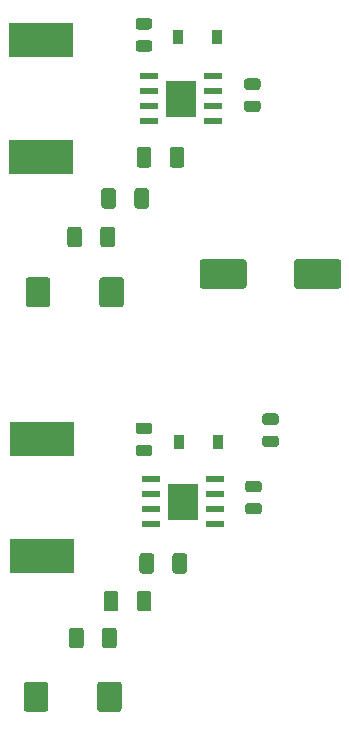
<source format=gbr>
%TF.GenerationSoftware,KiCad,Pcbnew,5.1.6-c6e7f7d~87~ubuntu18.04.1*%
%TF.CreationDate,2021-01-11T16:49:14+13:00*%
%TF.ProjectId,Dual Output Converter,4475616c-204f-4757-9470-757420436f6e,rev?*%
%TF.SameCoordinates,Original*%
%TF.FileFunction,Paste,Top*%
%TF.FilePolarity,Positive*%
%FSLAX46Y46*%
G04 Gerber Fmt 4.6, Leading zero omitted, Abs format (unit mm)*
G04 Created by KiCad (PCBNEW 5.1.6-c6e7f7d~87~ubuntu18.04.1) date 2021-01-11 16:49:14*
%MOMM*%
%LPD*%
G01*
G04 APERTURE LIST*
%ADD10R,0.900000X1.200000*%
%ADD11R,5.400000X2.900000*%
%ADD12R,2.600000X3.100000*%
%ADD13R,1.550000X0.600000*%
G04 APERTURE END LIST*
%TO.C,C1*%
G36*
G01*
X87199150Y-54607400D02*
X88111650Y-54607400D01*
G75*
G02*
X88355400Y-54851150I0J-243750D01*
G01*
X88355400Y-55338650D01*
G75*
G02*
X88111650Y-55582400I-243750J0D01*
G01*
X87199150Y-55582400D01*
G75*
G02*
X86955400Y-55338650I0J243750D01*
G01*
X86955400Y-54851150D01*
G75*
G02*
X87199150Y-54607400I243750J0D01*
G01*
G37*
G36*
G01*
X87199150Y-56482400D02*
X88111650Y-56482400D01*
G75*
G02*
X88355400Y-56726150I0J-243750D01*
G01*
X88355400Y-57213650D01*
G75*
G02*
X88111650Y-57457400I-243750J0D01*
G01*
X87199150Y-57457400D01*
G75*
G02*
X86955400Y-57213650I0J243750D01*
G01*
X86955400Y-56726150D01*
G75*
G02*
X87199150Y-56482400I243750J0D01*
G01*
G37*
%TD*%
%TO.C,C3*%
G36*
G01*
X96368550Y-59715100D02*
X97281050Y-59715100D01*
G75*
G02*
X97524800Y-59958850I0J-243750D01*
G01*
X97524800Y-60446350D01*
G75*
G02*
X97281050Y-60690100I-243750J0D01*
G01*
X96368550Y-60690100D01*
G75*
G02*
X96124800Y-60446350I0J243750D01*
G01*
X96124800Y-59958850D01*
G75*
G02*
X96368550Y-59715100I243750J0D01*
G01*
G37*
G36*
G01*
X96368550Y-61590100D02*
X97281050Y-61590100D01*
G75*
G02*
X97524800Y-61833850I0J-243750D01*
G01*
X97524800Y-62321350D01*
G75*
G02*
X97281050Y-62565100I-243750J0D01*
G01*
X96368550Y-62565100D01*
G75*
G02*
X96124800Y-62321350I0J243750D01*
G01*
X96124800Y-61833850D01*
G75*
G02*
X96368550Y-61590100I243750J0D01*
G01*
G37*
%TD*%
%TO.C,C4*%
G36*
G01*
X97917950Y-89961900D02*
X98830450Y-89961900D01*
G75*
G02*
X99074200Y-90205650I0J-243750D01*
G01*
X99074200Y-90693150D01*
G75*
G02*
X98830450Y-90936900I-243750J0D01*
G01*
X97917950Y-90936900D01*
G75*
G02*
X97674200Y-90693150I0J243750D01*
G01*
X97674200Y-90205650D01*
G75*
G02*
X97917950Y-89961900I243750J0D01*
G01*
G37*
G36*
G01*
X97917950Y-88086900D02*
X98830450Y-88086900D01*
G75*
G02*
X99074200Y-88330650I0J-243750D01*
G01*
X99074200Y-88818150D01*
G75*
G02*
X98830450Y-89061900I-243750J0D01*
G01*
X97917950Y-89061900D01*
G75*
G02*
X97674200Y-88818150I0J243750D01*
G01*
X97674200Y-88330650D01*
G75*
G02*
X97917950Y-88086900I243750J0D01*
G01*
G37*
%TD*%
%TO.C,C5*%
G36*
G01*
X87199150Y-88861100D02*
X88111650Y-88861100D01*
G75*
G02*
X88355400Y-89104850I0J-243750D01*
G01*
X88355400Y-89592350D01*
G75*
G02*
X88111650Y-89836100I-243750J0D01*
G01*
X87199150Y-89836100D01*
G75*
G02*
X86955400Y-89592350I0J243750D01*
G01*
X86955400Y-89104850D01*
G75*
G02*
X87199150Y-88861100I243750J0D01*
G01*
G37*
G36*
G01*
X87199150Y-90736100D02*
X88111650Y-90736100D01*
G75*
G02*
X88355400Y-90979850I0J-243750D01*
G01*
X88355400Y-91467350D01*
G75*
G02*
X88111650Y-91711100I-243750J0D01*
G01*
X87199150Y-91711100D01*
G75*
G02*
X86955400Y-91467350I0J243750D01*
G01*
X86955400Y-90979850D01*
G75*
G02*
X87199150Y-90736100I243750J0D01*
G01*
G37*
%TD*%
%TO.C,C7*%
G36*
G01*
X96470150Y-95663700D02*
X97382650Y-95663700D01*
G75*
G02*
X97626400Y-95907450I0J-243750D01*
G01*
X97626400Y-96394950D01*
G75*
G02*
X97382650Y-96638700I-243750J0D01*
G01*
X96470150Y-96638700D01*
G75*
G02*
X96226400Y-96394950I0J243750D01*
G01*
X96226400Y-95907450D01*
G75*
G02*
X96470150Y-95663700I243750J0D01*
G01*
G37*
G36*
G01*
X96470150Y-93788700D02*
X97382650Y-93788700D01*
G75*
G02*
X97626400Y-94032450I0J-243750D01*
G01*
X97626400Y-94519950D01*
G75*
G02*
X97382650Y-94763700I-243750J0D01*
G01*
X96470150Y-94763700D01*
G75*
G02*
X96226400Y-94519950I0J243750D01*
G01*
X96226400Y-94032450D01*
G75*
G02*
X96470150Y-93788700I243750J0D01*
G01*
G37*
%TD*%
%TO.C,C8*%
G36*
G01*
X96362000Y-75276200D02*
X96362000Y-77276200D01*
G75*
G02*
X96112000Y-77526200I-250000J0D01*
G01*
X92612000Y-77526200D01*
G75*
G02*
X92362000Y-77276200I0J250000D01*
G01*
X92362000Y-75276200D01*
G75*
G02*
X92612000Y-75026200I250000J0D01*
G01*
X96112000Y-75026200D01*
G75*
G02*
X96362000Y-75276200I0J-250000D01*
G01*
G37*
G36*
G01*
X104362000Y-75276200D02*
X104362000Y-77276200D01*
G75*
G02*
X104112000Y-77526200I-250000J0D01*
G01*
X100612000Y-77526200D01*
G75*
G02*
X100362000Y-77276200I0J250000D01*
G01*
X100362000Y-75276200D01*
G75*
G02*
X100612000Y-75026200I250000J0D01*
G01*
X104112000Y-75026200D01*
G75*
G02*
X104362000Y-75276200I0J-250000D01*
G01*
G37*
%TD*%
D10*
%TO.C,D1*%
X93853000Y-56184800D03*
X90553000Y-56184800D03*
%TD*%
%TO.C,D2*%
X90602800Y-90537800D03*
X93902800Y-90537800D03*
%TD*%
D11*
%TO.C,L1*%
X78917800Y-66370200D03*
X78917800Y-56470200D03*
%TD*%
%TO.C,L2*%
X79044800Y-90264400D03*
X79044800Y-100164400D03*
%TD*%
%TO.C,R1*%
G36*
G01*
X81157000Y-73777000D02*
X81157000Y-72527000D01*
G75*
G02*
X81407000Y-72277000I250000J0D01*
G01*
X82157000Y-72277000D01*
G75*
G02*
X82407000Y-72527000I0J-250000D01*
G01*
X82407000Y-73777000D01*
G75*
G02*
X82157000Y-74027000I-250000J0D01*
G01*
X81407000Y-74027000D01*
G75*
G02*
X81157000Y-73777000I0J250000D01*
G01*
G37*
G36*
G01*
X83957000Y-73777000D02*
X83957000Y-72527000D01*
G75*
G02*
X84207000Y-72277000I250000J0D01*
G01*
X84957000Y-72277000D01*
G75*
G02*
X85207000Y-72527000I0J-250000D01*
G01*
X85207000Y-73777000D01*
G75*
G02*
X84957000Y-74027000I-250000J0D01*
G01*
X84207000Y-74027000D01*
G75*
G02*
X83957000Y-73777000I0J250000D01*
G01*
G37*
%TD*%
D12*
%TO.C,U1*%
X90805000Y-61442600D03*
D13*
X88105000Y-59537600D03*
X88105000Y-60807600D03*
X88105000Y-62077600D03*
X88105000Y-63347600D03*
X93505000Y-63347600D03*
X93505000Y-62077600D03*
X93505000Y-60807600D03*
X93505000Y-59537600D03*
%TD*%
%TO.C,U2*%
X93657400Y-93662000D03*
X93657400Y-94932000D03*
X93657400Y-96202000D03*
X93657400Y-97472000D03*
X88257400Y-97472000D03*
X88257400Y-96202000D03*
X88257400Y-94932000D03*
X88257400Y-93662000D03*
D12*
X90957400Y-95567000D03*
%TD*%
%TO.C,C2*%
G36*
G01*
X83876700Y-78850600D02*
X83876700Y-76800600D01*
G75*
G02*
X84126700Y-76550600I250000J0D01*
G01*
X85701700Y-76550600D01*
G75*
G02*
X85951700Y-76800600I0J-250000D01*
G01*
X85951700Y-78850600D01*
G75*
G02*
X85701700Y-79100600I-250000J0D01*
G01*
X84126700Y-79100600D01*
G75*
G02*
X83876700Y-78850600I0J250000D01*
G01*
G37*
G36*
G01*
X77651700Y-78850600D02*
X77651700Y-76800600D01*
G75*
G02*
X77901700Y-76550600I250000J0D01*
G01*
X79476700Y-76550600D01*
G75*
G02*
X79726700Y-76800600I0J-250000D01*
G01*
X79726700Y-78850600D01*
G75*
G02*
X79476700Y-79100600I-250000J0D01*
G01*
X77901700Y-79100600D01*
G75*
G02*
X77651700Y-78850600I0J250000D01*
G01*
G37*
%TD*%
%TO.C,C6*%
G36*
G01*
X77473900Y-113102000D02*
X77473900Y-111052000D01*
G75*
G02*
X77723900Y-110802000I250000J0D01*
G01*
X79298900Y-110802000D01*
G75*
G02*
X79548900Y-111052000I0J-250000D01*
G01*
X79548900Y-113102000D01*
G75*
G02*
X79298900Y-113352000I-250000J0D01*
G01*
X77723900Y-113352000D01*
G75*
G02*
X77473900Y-113102000I0J250000D01*
G01*
G37*
G36*
G01*
X83698900Y-113102000D02*
X83698900Y-111052000D01*
G75*
G02*
X83948900Y-110802000I250000J0D01*
G01*
X85523900Y-110802000D01*
G75*
G02*
X85773900Y-111052000I0J-250000D01*
G01*
X85773900Y-113102000D01*
G75*
G02*
X85523900Y-113352000I-250000J0D01*
G01*
X83948900Y-113352000D01*
G75*
G02*
X83698900Y-113102000I0J250000D01*
G01*
G37*
%TD*%
%TO.C,R2*%
G36*
G01*
X84041300Y-70500400D02*
X84041300Y-69250400D01*
G75*
G02*
X84291300Y-69000400I250000J0D01*
G01*
X85041300Y-69000400D01*
G75*
G02*
X85291300Y-69250400I0J-250000D01*
G01*
X85291300Y-70500400D01*
G75*
G02*
X85041300Y-70750400I-250000J0D01*
G01*
X84291300Y-70750400D01*
G75*
G02*
X84041300Y-70500400I0J250000D01*
G01*
G37*
G36*
G01*
X86841300Y-70500400D02*
X86841300Y-69250400D01*
G75*
G02*
X87091300Y-69000400I250000J0D01*
G01*
X87841300Y-69000400D01*
G75*
G02*
X88091300Y-69250400I0J-250000D01*
G01*
X88091300Y-70500400D01*
G75*
G02*
X87841300Y-70750400I-250000J0D01*
G01*
X87091300Y-70750400D01*
G75*
G02*
X86841300Y-70500400I0J250000D01*
G01*
G37*
%TD*%
%TO.C,R3*%
G36*
G01*
X89838500Y-67020600D02*
X89838500Y-65770600D01*
G75*
G02*
X90088500Y-65520600I250000J0D01*
G01*
X90838500Y-65520600D01*
G75*
G02*
X91088500Y-65770600I0J-250000D01*
G01*
X91088500Y-67020600D01*
G75*
G02*
X90838500Y-67270600I-250000J0D01*
G01*
X90088500Y-67270600D01*
G75*
G02*
X89838500Y-67020600I0J250000D01*
G01*
G37*
G36*
G01*
X87038500Y-67020600D02*
X87038500Y-65770600D01*
G75*
G02*
X87288500Y-65520600I250000J0D01*
G01*
X88038500Y-65520600D01*
G75*
G02*
X88288500Y-65770600I0J-250000D01*
G01*
X88288500Y-67020600D01*
G75*
G02*
X88038500Y-67270600I-250000J0D01*
G01*
X87288500Y-67270600D01*
G75*
G02*
X87038500Y-67020600I0J250000D01*
G01*
G37*
%TD*%
%TO.C,R4*%
G36*
G01*
X81298100Y-107723600D02*
X81298100Y-106473600D01*
G75*
G02*
X81548100Y-106223600I250000J0D01*
G01*
X82298100Y-106223600D01*
G75*
G02*
X82548100Y-106473600I0J-250000D01*
G01*
X82548100Y-107723600D01*
G75*
G02*
X82298100Y-107973600I-250000J0D01*
G01*
X81548100Y-107973600D01*
G75*
G02*
X81298100Y-107723600I0J250000D01*
G01*
G37*
G36*
G01*
X84098100Y-107723600D02*
X84098100Y-106473600D01*
G75*
G02*
X84348100Y-106223600I250000J0D01*
G01*
X85098100Y-106223600D01*
G75*
G02*
X85348100Y-106473600I0J-250000D01*
G01*
X85348100Y-107723600D01*
G75*
G02*
X85098100Y-107973600I-250000J0D01*
G01*
X84348100Y-107973600D01*
G75*
G02*
X84098100Y-107723600I0J250000D01*
G01*
G37*
%TD*%
%TO.C,R5*%
G36*
G01*
X87044500Y-104599400D02*
X87044500Y-103349400D01*
G75*
G02*
X87294500Y-103099400I250000J0D01*
G01*
X88044500Y-103099400D01*
G75*
G02*
X88294500Y-103349400I0J-250000D01*
G01*
X88294500Y-104599400D01*
G75*
G02*
X88044500Y-104849400I-250000J0D01*
G01*
X87294500Y-104849400D01*
G75*
G02*
X87044500Y-104599400I0J250000D01*
G01*
G37*
G36*
G01*
X84244500Y-104599400D02*
X84244500Y-103349400D01*
G75*
G02*
X84494500Y-103099400I250000J0D01*
G01*
X85244500Y-103099400D01*
G75*
G02*
X85494500Y-103349400I0J-250000D01*
G01*
X85494500Y-104599400D01*
G75*
G02*
X85244500Y-104849400I-250000J0D01*
G01*
X84494500Y-104849400D01*
G75*
G02*
X84244500Y-104599400I0J250000D01*
G01*
G37*
%TD*%
%TO.C,R6*%
G36*
G01*
X87267100Y-101399000D02*
X87267100Y-100149000D01*
G75*
G02*
X87517100Y-99899000I250000J0D01*
G01*
X88267100Y-99899000D01*
G75*
G02*
X88517100Y-100149000I0J-250000D01*
G01*
X88517100Y-101399000D01*
G75*
G02*
X88267100Y-101649000I-250000J0D01*
G01*
X87517100Y-101649000D01*
G75*
G02*
X87267100Y-101399000I0J250000D01*
G01*
G37*
G36*
G01*
X90067100Y-101399000D02*
X90067100Y-100149000D01*
G75*
G02*
X90317100Y-99899000I250000J0D01*
G01*
X91067100Y-99899000D01*
G75*
G02*
X91317100Y-100149000I0J-250000D01*
G01*
X91317100Y-101399000D01*
G75*
G02*
X91067100Y-101649000I-250000J0D01*
G01*
X90317100Y-101649000D01*
G75*
G02*
X90067100Y-101399000I0J250000D01*
G01*
G37*
%TD*%
M02*

</source>
